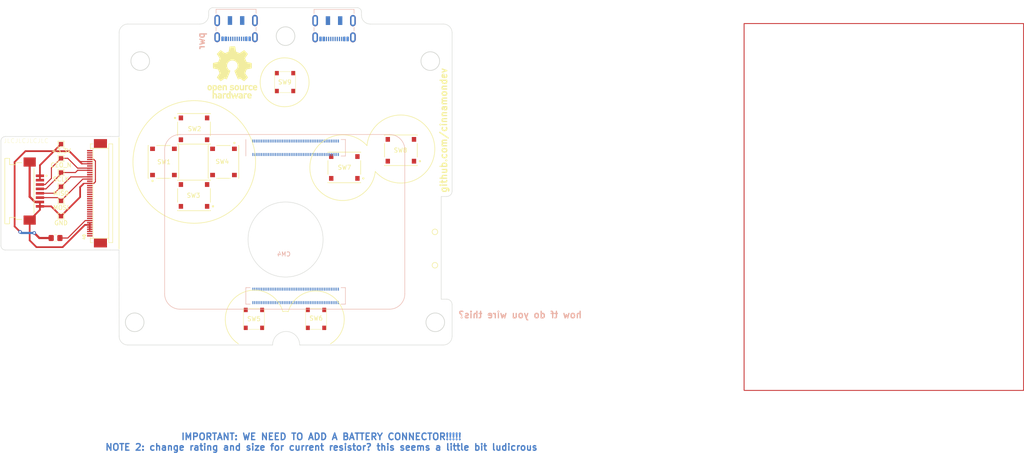
<source format=kicad_pcb>
(kicad_pcb (version 20210623) (generator pcbnew)
  (title_block (title "GamePi PCB"))
  (layers (0 "F.Cu" signal) (1 "In1.Cu" power "VCC") (2 "In2.Cu" power "GND") (31 "B.Cu" signal) (34 "B.Paste" user) (35 "F.Paste" user) (36 "B.SilkS" user "B.Silkscreen") (37 "F.SilkS" user "F.Silkscreen") (38 "B.Mask" user) (39 "F.Mask" user) (44 "Edge.Cuts" user))
  (net 0 "")
  (net 1 "/Buttons/__DP_L")
  (net 2 "GND")
  (net 3 "/Buttons/__DP_U")
  (net 4 "/Buttons/__DP_D")
  (net 5 "/Buttons/__DP_R")
  (net 6 "/Buttons/__B_A")
  (net 7 "/Buttons/__B_B")
  (net 8 "/+3.3v")
  (net 9 "Net-(J1-PadA5)")
  (net 12 "Net-(Module0-Pad21)")
  (net 13 "/Buttons/SELECT")
  (net 14 "/Buttons/BTN_BACKLIGHT")
  (net 16 "/Buttons/SHOULDER_L")
  (net 20 "/Buttons/START")
  (net 21 "/Buttons/SHOULDER_R")
  (net 22 "/Battery Charger/CHRG")
  (net 29 "/Connectors/USB2_D+")
  (net 31 "/Connectors/USB2_D-")
  (net 35 "Net-(J1-PadB5)")
  (net 36 "/+5v")
  (net 37 "/CM4/SCREEN_CE0_N")
  (net 38 "/CM4/SCREEN_SCLK")
  (net 40 "/+1.8v")
  (net 50 "/CM4/SCREEN_MISO")
  (net 69 "/CM4/SCREEN_MOSI")
  (net 70 "/CM4/SD_DAT1")
  (net 71 "/CM4/SD_DAT0")
  (net 72 "/CM4/SD_CLK")
  (net 73 "/CM4/SD_CMD")
  (net 74 "/CM4/SD_DAT3")
  (net 75 "/CM4/SD_DAT2")
  (net 76 "/Connectors/HDMI_HP")
  (net 77 "/Connectors/TX2_P")
  (net 78 "/Connectors/TX2_N")
  (net 79 "Net-(R11-Pad1)")
  (net 80 "/Connectors/TX0_P")
  (net 81 "/Connectors/TX0_N")
  (net 82 "/Connectors/HDMI_CEC")
  (net 83 "/Connectors/HDMI_SCL")
  (net 84 "/Connectors/TX1_P")
  (net 85 "/Connectors/TX1_N")
  (net 86 "/Connectors/CLK_P")
  (net 87 "/Connectors/CLK_N")
  (net 88 "/Connectors/HDMI_SDA")
  (net 89 "Net-(J5-PadA5)")
  (net 90 "Net-(D6-Pad2)")
  (net 91 "Net-(D6-Pad3)")
  (net 118 "Net-(J5-PadB5)")
  (net 121 "/Display board (SNAP OFF BOARD)/SPI0_CE0_N")
  (net 122 "/Display board (SNAP OFF BOARD)/SPI0_SCLK")
  (net 123 "/Display board (SNAP OFF BOARD)/SPI_MISO")
  (net 124 "/Display board (SNAP OFF BOARD)/SPI0_MOSI")
  (net 125 "/Display board (SNAP OFF BOARD)/+3.3v")
  (net 126 "/CM4/AUX1")
  (net 127 "/CM4/AUX0")
  (net 128 "/CM4/SD_PWR_ON")
  (net 129 "/CM4/Reserved")
  (net 130 "/Battery/FUEL_SCL")
  (net 131 "/Battery/FUEL_SDA")
  (net 132 "/Buttons/GLOBAL_EN")
  (net 133 "Net-(R1-Pad1)")
  (net 134 "Net-(R3-Pad1)")
  (net 135 "Net-(R4-Pad1)")
  (net 136 "Net-(R7-Pad1)")
  (net 137 "Net-(R9-Pad1)")
  (net 138 "Net-(R19-Pad2)")
  (net 139 "Net-(R26-Pad1)")
  (net 140 "Net-(R28-Pad1)")
  (net 141 "Net-(R32-Pad1)")
  (net 142 "GND1")
  (footprint "eec:ALPS-SKRRACE010-0-0-MFG" (layer "F.Cu") (at 150.25 97.75 180)
    (fp_text reference "SW7")
    (fp_text value "SKRRACE010" hide)
  )
  (footprint "TestPoint:TestPoint_Pad_1.0x1.0mm" (layer "F.Cu") (at 85.37125 98.906)
    (fp_text reference "TP22" hide)
    (fp_text value "SCLK")
  )
  (footprint "TestPoint:TestPoint_Pad_1.0x1.0mm" (layer "F.Cu") (at 85.37125 102.156)
    (fp_text reference "TP23" hide)
    (fp_text value "MISO")
  )
  (footprint "TestPoint:TestPoint_Pad_1.0x1.0mm" (layer "F.Cu") (at 85.37125 95.656)
    (fp_text reference "TP21" hide)
    (fp_text value "CEO_N")
  )
  (footprint "eec:ALPS-SKRRACE010-0-0-MFG" (layer "F.Cu") (at 115.8279 88.906)
    (fp_text reference "SW2")
    (fp_text value "SKRRACE010" hide)
  )
  (footprint "eec:ALPS-SKRRACE010-0-0-MFG" (layer "F.Cu") (at 108.8279 96.4803 90)
    (fp_text reference "SW1")
    (fp_text value "SKRRACE010" hide)
  )
  (footprint "Resistor_SMD:R_0805_2012Metric_Pad1.20x1.40mm_HandSolder" (layer "F.Cu") (at 84.12125 113.906)
    (fp_text reference "R19")
    (fp_text value "33")
  )
  (footprint "eec:ALPS-SKRRACE010-0-0-MFG" (layer "F.Cu") (at 122.5779 96.4803 -90)
    (fp_text reference "SW4")
    (fp_text value "SKRRACE010" hide)
  )
  (footprint "Symbol:OSHW-Logo_11.4x12mm_SilkScreen" (layer "F.Cu") (at 124.6 76)
    (fp_text reference "REF**" hide)
    (fp_text value "OSHW-Logo_11.4x12mm_SilkScreen" hide)
  )
  (footprint "TestPoint:TestPoint_Pad_1.0x1.0mm" (layer "F.Cu") (at 85.37125 108.906)
    (fp_text reference "TP20" hide)
    (fp_text value "GND")
  )
  (footprint "MOLEXZIF:Molex-52271-0879-Manufacturer_Recommended" (layer "F.Cu") (at 79.37125 103.156 -90)
    (fp_text reference "J6")
    (fp_text value "52271-0879" hide)
  )
  (footprint "eec:ALPS-SKRRACE010-0-0-MFG" (layer "F.Cu") (at 163.204 93.813 180)
    (fp_text reference "SW8")
    (fp_text value "SKRRACE010" hide)
  )
  (footprint "eec:ALPS-SKRRACE010-0-0-MFG" (layer "F.Cu") (at 115.8279 104.156 180)
    (fp_text reference "SW3")
    (fp_text value "SKRRACE010" hide)
  )
  (footprint "eec:SKRBAAE010" (layer "F.Cu") (at 129.549 126.049)
    (fp_text reference "SW5")
    (fp_text value "SKRBAAE010" hide)
  )
  (footprint "ER-CON40HT-1:ER-CON40HT-1" (layer "F.Cu") (at 93.702 103.656 90)
    (fp_text reference "U2")
    (fp_text value "ER-CON40HT-1")
  )
  (footprint "TestPoint:TestPoint_Pad_1.0x1.0mm" (layer "F.Cu") (at 85.37125 105.406)
    (fp_text reference "TP24" hide)
    (fp_text value "MOSI")
  )
  (footprint "eec:SKRBAAE010" (layer "F.Cu") (at 136.677 71.816)
    (fp_text reference "SW9")
    (fp_text value "SKRBAAE010" hide)
  )
  (footprint "eec:SKRBAAE010" (layer "F.Cu") (at 143.773 126.049)
    (fp_text reference "SW6")
    (fp_text value "SKRBAAE010" hide)
  )
  (footprint "TestPoint:TestPoint_Pad_1.0x1.0mm" (layer "F.Cu") (at 85.37125 92.406)
    (fp_text reference "TP25" hide)
    (fp_text value "+3.3V")
  )
  (footprint "CM4IO:Raspberry-Pi-4-Compute-Module" (layer "B.Cu") (at 160.6 93.7 -90)
    (fp_text reference "Module0")
    (fp_text value "CM4")
  )
  (footprint "Connector_USB:USB_C_Receptacle_JAE_DX07S016JA1R1500" (layer "B.Cu") (at 147.89643 65.274501)
    (fp_text reference "J1" hide)
    (fp_text value "USB_C_Receptacle_USB2.0" hide)
  )
  (footprint "Connector_USB:USB_C_Receptacle_JAE_DX07S016JA1R1500" (layer "B.Cu") (at 125.45893 65.25)
    (fp_text reference "J5")
    (fp_text value "USB_C_Receptacle_USB2.0")
  )
  (gr_rect (start 241.8 64.8) (end 305.8 148.8) (layer "F.Cu") (width 0.2) (fill none))
  (gr_line (start 103.5901 102.8868) (end 103.5845 102.9025) (layer "F.SilkS") (width 0.001))
  (gr_line (start 103.6023 102.856) (end 103.596 102.8714) (layer "F.SilkS") (width 0.001))
  (gr_arc (start 163.180323 93.529887) (end 155.433395 92.741809) (angle 312.8) (layer "F.SilkS") (width 0.15))
  (gr_line (start 103.596 102.8714) (end 103.5901 102.8868) (layer "F.SilkS") (width 0.001))
  (gr_line (start 103.5793 102.9183) (end 103.5745 102.9341) (layer "F.SilkS") (width 0.001))
  (gr_arc (start 143.701747 132.5494) (end 147.075 138.136) (angle -223.0531843) (layer "F.SilkS") (width 0.15))
  (gr_circle (center 171 120.140312) (end 170.6 119.640312) (layer "F.SilkS") (width 0.15) (fill none))
  (gr_circle (center 171 112.5) (end 170.5 112.1) (layer "F.SilkS") (width 0.15) (fill none))
  (gr_line (start 104.1033 103.7874) (end 104.1196 103.7902) (layer "F.SilkS") (width 0.001))
  (gr_circle (center 115.8879 96.490168) (end 129.927252 96.490168) (layer "F.SilkS") (width 0.15) (fill none))
  (gr_circle (center 136.577 78.245709) (end 142.177 78.406) (layer "F.SilkS") (width 0.15) (fill none))
  (gr_line (start 103.5845 102.9025) (end 103.5793 102.9183) (layer "F.SilkS") (width 0.001))
  (gr_arc (start 149.872414 97.800387) (end 157.338504 98.678588) (angle 311) (layer "F.SilkS") (width 0.15))
  (gr_line (start 104.087 103.7842) (end 104.1033 103.7874) (layer "F.SilkS") (width 0.001))
  (gr_arc (start 136.782087 132.728229) (end 136.153 130.766169) (angle 35.9) (layer "F.SilkS") (width 0.15))
  (gr_line (start 98.65775 116.406) (end 98.65775 90.906) (layer "F.SilkS") (width 0.15))
  (gr_arc (start 129.691601 132.546695) (end 125.993 138.136) (angle 221.1) (layer "F.SilkS") (width 0.15))
  (gr_line (start 104.0708 103.7807) (end 104.087 103.7842) (layer "F.SilkS") (width 0.001))
  (gr_arc (start 72.62125 91.656) (end 72.62125 90.656) (angle -90) (layer "Edge.Cuts") (width 0.1))
  (gr_arc (start 172.927 136.406) (end 174.927 136.406) (angle 90) (layer "Edge.Cuts") (width 0.1))
  (gr_arc (start 120.177 62.156) (end 120.177 61.156) (angle -90) (layer "Edge.Cuts") (width 0.1))
  (gr_circle (center 136.7913 114.249524) (end 132.13105 107.029124) (layer "Edge.Cuts") (width 0.1) (fill none))
  (gr_arc (start 117.177 62.906) (end 117.177 64.906) (angle -90) (layer "Edge.Cuts") (width 0.1))
  (gr_line (start 172.427 127.906) (end 173.677 127.906) (layer "Edge.Cuts") (width 0.1))
  (gr_circle (center 169.935 73.3914) (end 172.0686 73.3914) (layer "Edge.Cuts") (width 0.15) (fill none))
  (gr_line (start 173.677 104.406) (end 172.427 104.406) (layer "Edge.Cuts") (width 0.1))
  (gr_line (start 133.8278 138.406) (end 100.677 138.406) (layer "Edge.Cuts") (width 0.1))
  (gr_line (start 172.927 64.906) (end 156.177 64.906) (layer "Edge.Cuts") (width 0.1))
  (gr_line (start 172.427 104.406) (end 172.427 127.906) (layer "Edge.Cuts") (width 0.1))
  (gr_arc (start 100.677 66.906) (end 98.677 66.906) (angle 90) (layer "Edge.Cuts") (width 0.1))
  (gr_line (start 153.177 61.156) (end 120.177 61.156) (layer "Edge.Cuts") (width 0.1))
  (gr_arc (start 72.62125 115.656) (end 72.62125 116.656) (angle 90) (layer "Edge.Cuts") (width 0.1))
  (gr_arc (start 156.177 62.906) (end 156.177 64.906) (angle 90) (layer "Edge.Cuts") (width 0.1))
  (gr_line (start 98.677 90.656) (end 98.677 66.906) (layer "Edge.Cuts") (width 0.1))
  (gr_line (start 71.62125 115.656) (end 71.62125 91.656) (layer "Edge.Cuts") (width 0.1))
  (gr_line (start 117.177 64.906) (end 100.677 64.906) (layer "Edge.Cuts") (width 0.1))
  (gr_arc (start 173.677 129.156) (end 173.677 127.906) (angle 90) (layer "Edge.Cuts") (width 0.1))
  (gr_line (start 119.177 62.156) (end 119.177 62.906) (layer "Edge.Cuts") (width 0.1))
  (gr_line (start 72.62125 90.656) (end 96.62125 90.656) (layer "Edge.Cuts") (width 0.1))
  (gr_line (start 98.65775 116.656) (end 98.677 136.406) (layer "Edge.Cuts") (width 0.1))
  (gr_circle (center 171.078 133.2084) (end 173.2116 133.2084) (layer "Edge.Cuts") (width 0.15) (fill none))
  (gr_line (start 96.62125 116.656) (end 98.65775 116.656) (layer "Edge.Cuts") (width 0.1))
  (gr_line (start 96.62125 116.656) (end 72.62125 116.656) (layer "Edge.Cuts") (width 0.1))
  (gr_arc (start 153.177 62.156) (end 153.177 61.156) (angle 90) (layer "Edge.Cuts") (width 0.1))
  (gr_arc (start 173.677 103.156) (end 173.677 104.406) (angle -90) (layer "Edge.Cuts") (width 0.1))
  (gr_arc (start 136.927 138.406) (end 133.8278 138.406) (angle 180) (layer "Edge.Cuts") (width 0.1))
  (gr_arc (start 172.927 66.906) (end 172.927 64.906) (angle 90) (layer "Edge.Cuts") (width 0.1))
  (gr_line (start 96.62125 90.656) (end 98.677 90.656) (layer "Edge.Cuts") (width 0.1))
  (gr_circle (center 102.244 133.2084) (end 104.3776 133.2084) (layer "Edge.Cuts") (width 0.15) (fill none))
  (gr_circle (center 103.514 73.3914) (end 105.6476 73.3914) (layer "Edge.Cuts") (width 0.15) (fill none))
  (gr_line (start 174.927 129.156) (end 174.927 136.406) (layer "Edge.Cuts") (width 0.1))
  (gr_line (start 140.0262 138.406) (end 172.927 138.406) (layer "Edge.Cuts") (width 0.1))
  (gr_circle (center 136.788 67.6764) (end 138.9216 67.6764) (layer "Edge.Cuts") (width 0.15) (fill none))
  (gr_line (start 154.177 62.906) (end 154.177 62.156) (layer "Edge.Cuts") (width 0.1))
  (gr_line (start 174.927 66.906) (end 174.927 103.156) (layer "Edge.Cuts") (width 0.1))
  (gr_arc (start 100.677 136.406) (end 100.677 138.406) (angle 90) (layer "Edge.Cuts") (width 0.1))
  (gr_text "IMPORTANT: WE NEED TO ADD A BATTERY CONNECTOR!!!!!\nNOTE 2: change rating and size for current resistor? this seems a little bit ludicrous" (at 145 160.6) (layer "B.Cu") (effects (font (size 1.5 1.5) (thickness 0.3))))
  (gr_text "how tf do you wire this?" (at 190.5 131.5) (layer "B.SilkS") (effects (font (size 1.5 1.5) (thickness 0.3)) (justify mirror)))
  (gr_text "pwr\n" (at 117.5 68.75 90) (layer "B.SilkS") (effects (font (size 1.5 1.5) (thickness 0.3)) (justify mirror)))
  (gr_text "github.com/cinnamondev" (at 173 89.25 90) (layer "F.SilkS") (effects (font (size 1.5 1.5) (thickness 0.3))))
  (gr_text "JLCJLCJLCJLC" (at 77.37125 91.656) (layer "F.SilkS") (effects (font (size 1 1) (thickness 0.05))))
  (segment (start 150.27452 68.352591) (end 150.24643 68.324501) (width 0.25) (layer "B.Cu") (net 36))
  (segment (start 86.927 95.656) (end 89.177 97.906) (width 0.25) (layer "F.Cu") (net 121))
  (segment (start 83.177 97.85025) (end 85.37125 95.656) (width 0.25) (layer "F.Cu") (net 121))
  (segment (start 80.546251 101.656003) (end 81.74625 101.656003) (width 0.25) (layer "F.Cu") (net 121))
  (segment (start 81.74625 101.656003) (end 83.177 100.225253) (width 0.25) (layer "F.Cu") (net 121))
  (segment (start 89.177 97.906) (end 91.952 97.906) (width 0.25) (layer "F.Cu") (net 121))
  (segment (start 85.37125 95.656) (end 86.927 95.656) (width 0.25) (layer "F.Cu") (net 121))
  (segment (start 83.177 100.225253) (end 83.177 97.85025) (width 0.25) (layer "F.Cu") (net 121))
  (segment (start 85.37125 99.21175) (end 85.37125 98.906) (width 0.25) (layer "F.Cu") (net 122))
  (segment (start 80.546251 102.656001) (end 81.926999 102.656001) (width 0.25) (layer "F.Cu") (net 122))
  (segment (start 88.677 98.906) (end 89.177 98.406) (width 0.25) (layer "F.Cu") (net 122))
  (segment (start 85.37125 98.906) (end 88.677 98.906) (width 0.25) (layer "F.Cu") (net 122))
  (segment (start 81.926999 102.656001) (end 85.37125 99.21175) (width 0.25) (layer "F.Cu") (net 122))
  (segment (start 89.177 98.406) (end 91.952 98.406) (width 0.25) (layer "F.Cu") (net 122))
  (segment (start 87.62125 99.906) (end 91.952 99.906) (width 0.25) (layer "F.Cu") (net 123))
  (segment (start 85.37125 102.156) (end 87.62125 99.906) (width 0.25) (layer "F.Cu") (net 123))
  (segment (start 83.871248 103.656002) (end 85.37125 102.156) (width 0.25) (layer "F.Cu") (net 123))
  (segment (start 80.546251 103.656002) (end 83.871248 103.656002) (width 0.25) (layer "F.Cu") (net 123))
  (segment (start 80.546251 104.656002) (end 84.621252 104.656002) (width 0.25) (layer "F.Cu") (net 124))
  (segment (start 84.621252 104.656002) (end 85.37125 105.406) (width 0.25) (layer "F.Cu") (net 124))
  (segment (start 85.37125 105.406) (end 90.37125 100.406) (width 0.25) (layer "F.Cu") (net 124))
  (segment (start 90.37125 100.406) (end 91.952 100.406) (width 0.25) (layer "F.Cu") (net 124))
  (segment (start 91.952 96.406) (end 89.656 96.406) (width 0.25) (layer "F.Cu") (net 125))
  (segment (start 83.138625 94.638625) (end 83.263625 94.513625) (width 0.4) (layer "F.Cu") (net 125))
  (segment (start 83.763625 94.013625) (end 85.37125 92.406) (width 0.4) (layer "F.Cu") (net 125))
  (segment (start 80.546251 100.656002) (end 80.546251 99.656002) (width 0.4) (layer "F.Cu") (net 125))
  (segment (start 74.75 96.5) (end 74.75 111.25) (width 0.4) (layer "F.Cu") (net 125))
  (segment (start 83.763625 94.013625) (end 87.263625 94.013625) (width 0.4) (layer "F.Cu") (net 125))
  (segment (start 74.75 111.25) (end 76 112.5) (width 0.4) (layer "F.Cu") (net 125))
  (segment (start 89.656 96.406) (end 89.625 96.375) (width 0.25) (layer "F.Cu") (net 125))
  (segment (start 83.12125 113.906) (end 80.406 113.906) (width 0.5) (layer "F.Cu") (net 125))
  (segment (start 80.546251 97.230999) (end 83.138625 94.638625) (width 0.4) (layer "F.Cu") (net 125))
  (segment (start 90.156 96.906) (end 90.106489 96.856489) (width 0.25) (layer "F.Cu") (net 125))
  (segment (start 87.263625 94.013625) (end 89.625 96.375) (width 0.4) (layer "F.Cu") (net 125))
  (segment (start 77.236375 94.013625) (end 74.75 96.5) (width 0.4) (layer "F.Cu") (net 125))
  (segment (start 80.406 113.906) (end 79.25 112.75) (width 0.5) (layer "F.Cu") (net 125))
  (segment (start 83.763625 94.013625) (end 77.236375 94.013625) (width 0.4) (layer "F.Cu") (net 125))
  (segment (start 83.263625 94.513625) (end 83.763625 94.013625) (width 0.4) (layer "F.Cu") (net 125))
  (segment (start 91.952 96.906) (end 90.156 96.906) (width 0.25) (layer "F.Cu") (net 125))
  (segment (start 92.094 96.406) (end 92.119489 96.380511) (width 0.25) (layer "F.Cu") (net 125))
  (segment (start 80.546251 99.656002) (end 80.546251 97.230999) (width 0.4) (layer "F.Cu") (net 125))
  (segment (start 89.625 96.375) (end 90.106489 96.856489) (width 0.4) (layer "F.Cu") (net 125))
  (via (at 79.25 112.75) (size 0.8) (drill 0.4) (layers "F.Cu" "B.Cu") (net 125))
  (via (at 76 112.5) (size 0.8) (drill 0.4) (layers "F.Cu" "B.Cu") (net 125))
  (segment (start 76.25 112.75) (end 76 112.5) (width 0.5) (layer "B.Cu") (net 125))
  (segment (start 79.25 112.75) (end 76.25 112.75) (width 0.5) (layer "B.Cu") (net 125))
  (segment (start 86.927 113.906) (end 90.927 109.906) (width 0.25) (layer "F.Cu") (net 138))
  (segment (start 90.927 109.906) (end 91.952 109.906) (width 0.25) (layer "F.Cu") (net 138))
  (segment (start 85.12125 113.906) (end 86.927 113.906) (width 0.25) (layer "F.Cu") (net 138))
  (segment (start 78.19625 96.506003) (end 78.19625 104.455021) (width 0.5) (layer "F.Cu") (net 142))
  (segment (start 79.397232 105.656003) (end 80.546251 105.656003) (width 0.5) (layer "F.Cu") (net 142))
  (segment (start 92.876022 101.406) (end 93.25 101.032022) (width 0.25) (layer "F.Cu") (net 142))
  (segment (start 78.19625 109.806002) (end 78.19625 114.44625) (width 0.4) (layer "F.Cu") (net 142))
  (segment (start 83.121253 106.656003) (end 85.37125 108.906) (width 0.4) (layer "F.Cu") (net 142))
  (segment (start 89.75 102.25) (end 90.5 101.5) (width 0.4) (layer "F.Cu") (net 142))
  (segment (start 92.876022 95.906) (end 93.25 96.279978) (width 0.25) (layer "F.Cu") (net 142))
  (segment (start 90.844 110.906) (end 91.952 110.906) (width 0.4) (layer "F.Cu") (net 142))
  (segment (start 85.37125 108.906) (end 89.75 104.52725) (width 0.4) (layer "F.Cu") (net 142))
  (segment (start 91.952 111.406) (end 91.952 111.906) (width 0.4) (layer "F.Cu") (net 142))
  (segment (start 78.19625 109.806002) (end 80.546251 107.456001) (width 0.4) (layer "F.Cu") (net 142))
  (segment (start 91.952 111.906) (end 91.952 112.406) (width 0.25) (layer "F.Cu") (net 142))
  (segment (start 89.75 104.52725) (end 89.75 102.25) (width 0.4) (layer "F.Cu") (net 142))
  (segment (start 91.952 101.406) (end 92.876022 101.406) (width 0.25) (layer "F.Cu") (net 142))
  (segment (start 91.952 101.406) (end 90.594 101.406) (width 0.25) (layer "F.Cu") (net 142))
  (segment (start 93.25 96.279978) (end 93.25 100.5) (width 0.25) (layer "F.Cu") (net 142))
  (segment (start 85.75 116) (end 90.844 110.906) (width 0.4) (layer "F.Cu") (net 142))
  (segment (start 80.546251 106.656003) (end 83.121253 106.656003) (width 0.4) (layer "F.Cu") (net 142))
  (segment (start 79.75 116) (end 85.75 116) (width 0.4) (layer "F.Cu") (net 142))
  (segment (start 91.952 95.906) (end 92.876022 95.906) (width 0.25) (layer "F.Cu") (net 142))
  (segment (start 80.546251 106.656003) (end 80.546251 105.656003) (width 0.4) (layer "F.Cu") (net 142))
  (segment (start 91.952 110.906) (end 91.952 111.406) (width 0.4) (layer "F.Cu") (net 142))
  (segment (start 90.594 101.406) (end 90.5 101.5) (width 0.25) (layer "F.Cu") (net 142))
  (segment (start 78.19625 114.44625) (end 79.75 116) (width 0.4) (layer "F.Cu") (net 142))
  (segment (start 78.19625 104.455021) (end 79.397232 105.656003) (width 0.5) (layer "F.Cu") (net 142))
  (segment (start 93.25 101.032022) (end 93.25 100.5) (width 0.25) (layer "F.Cu") (net 142))
  (segment (start 80.546251 107.456001) (end 80.546251 106.656003) (width 0.4) (layer "F.Cu") (net 142))
  (segment (start 91.952 110.906) (end 91.952 110.455511) (width 0.4) (layer "F.Cu") (net 142))
)
</source>
